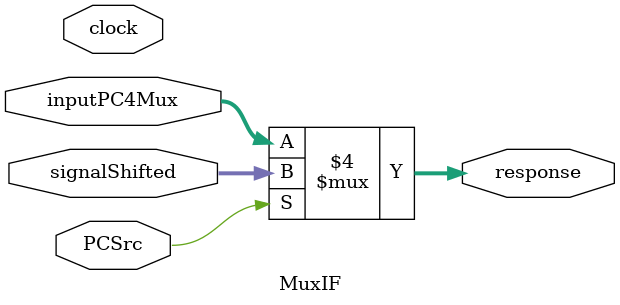
<source format=v>
module MuxIF(clock, PCSrc, inputPC4Mux, signalShifted, response);
    
    input clock;
    input [15:0] inputPC4Mux;
    input [15:0] signalShifted;
    input PCSrc;


    output reg [15:0]response;

    always @ (*)begin
        if(PCSrc == 1)begin
            response <= signalShifted;
        end
        else begin
            response <= inputPC4Mux;
        end 
    end

endmodule
</source>
